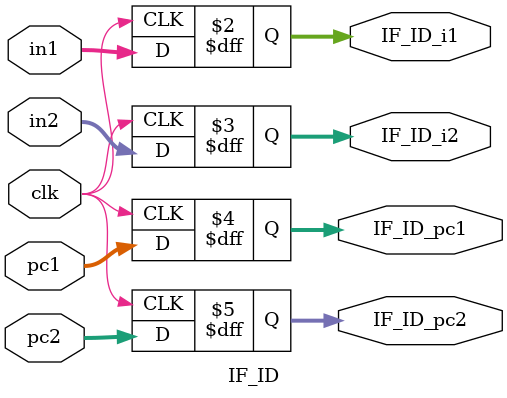
<source format=v>
`timescale 1ns / 1ps


module IF_ID(
    input [31:0] in1, in2, pc1, pc2,
    input clk,
    output reg [31:0] IF_ID_i1, IF_ID_i2, IF_ID_pc1, IF_ID_pc2
    );
    
    always @(posedge clk)
    begin
        IF_ID_i1 <= in1;
        IF_ID_i2 <= in2;
        IF_ID_pc1 <= pc1;
        IF_ID_pc2 <= pc2;
    end
    
endmodule

</source>
